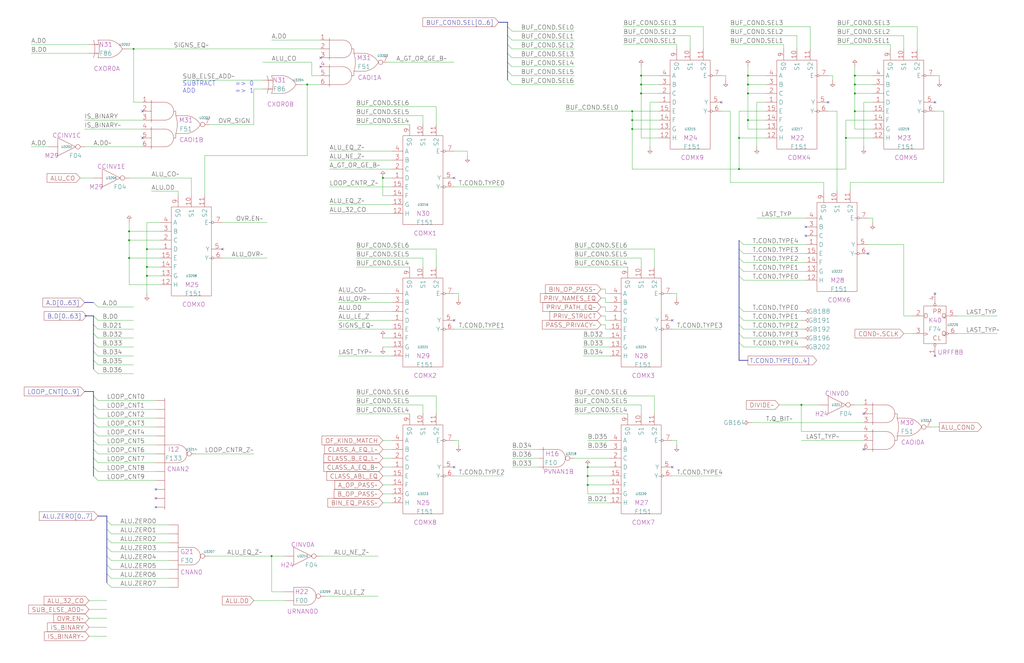
<source format=kicad_sch>
(kicad_sch (version 20230121) (generator eeschema)
  (paper "User" 584.2 378.46)
  (title_block (title "CONDITION LOGIC") (date "15-MAR-90") (rev "1.0") (comment 1 "TYPE") (comment 2 "232-003062") (comment 3 "S400") (comment 4 "RELEASED"))
  (junction (at 335.28 276.86))
  (junction (at 360.68 73.66))
  (junction (at 83.82 142.24))
  (junction (at 73.66 137.16))
  (junction (at 83.82 152.4))
  (junction (at 73.66 147.32))
  (junction (at 426.72 68.58))
  (junction (at 360.68 63.5))
  (junction (at 73.66 132.08))
  (junction (at 421.64 96.52))
  (junction (at 426.72 48.26))
  (junction (at 421.64 78.74))
  (junction (at 487.68 48.26))
  (junction (at 365.76 48.26))
  (junction (at 426.72 53.34))
  (junction (at 154.94 317.5))
  (junction (at 457.2 231.14))
  (junction (at 487.68 63.5))
  (junction (at 360.68 68.58))
  (junction (at 426.72 43.18))
  (junction (at 83.82 157.48))
  (junction (at 335.28 266.7))
  (junction (at 365.76 43.18))
  (junction (at 365.76 53.34))
  (junction (at 218.44 101.6))
  (junction (at 487.68 53.34))
  (junction (at 175.26 48.26))
  (junction (at 335.28 271.78))
  (junction (at 487.68 43.18))
  (junction (at 76.2 27.94))
  (junction (at 482.6 78.74))
  (no_connect (at 492.76 256.54))
  (no_connect (at 88.9 279.4))
  (no_connect (at 88.9 284.48))
  (no_connect (at 88.9 289.56))
  (no_connect (at 182.88 38.1))
  (no_connect (at 459.74 134.62))
  (no_connect (at 411.48 58.42))
  (no_connect (at 81.28 63.5))
  (no_connect (at 459.74 129.54))
  (no_connect (at 472.44 58.42))
  (no_connect (at 259.08 266.7))
  (no_connect (at 533.4 167.64))
  (no_connect (at 259.08 182.88))
  (no_connect (at 533.4 203.2))
  (no_connect (at 383.54 266.7))
  (no_connect (at 182.88 33.02))
  (no_connect (at 127 142.24))
  (no_connect (at 492.76 236.22))
  (no_connect (at 81.28 78.74))
  (no_connect (at 259.08 101.6))
  (no_connect (at 383.54 182.88))
  (no_connect (at 495.3 144.78))
  (no_connect (at 533.4 58.42))
  (bus_entry (at 289.56 35.56) (size 2.54 2.54))
  (bus_entry (at 421.64 157.48) (size 2.54 2.54))
  (bus_entry (at 60.96 302.26) (size 2.54 2.54))
  (bus_entry (at 53.34 231.14) (size 2.54 2.54))
  (bus_entry (at 53.34 241.3) (size 2.54 2.54))
  (bus_entry (at 289.56 15.24) (size 2.54 2.54))
  (bus_entry (at 53.34 185.42) (size 2.54 2.54))
  (bus_entry (at 53.34 200.66) (size 2.54 2.54))
  (bus_entry (at 60.96 312.42) (size 2.54 2.54))
  (bus_entry (at 421.64 180.34) (size 2.54 2.54))
  (bus_entry (at 53.34 246.38) (size 2.54 2.54))
  (bus_entry (at 421.64 152.4) (size 2.54 2.54))
  (bus_entry (at 53.34 261.62) (size 2.54 2.54))
  (bus_entry (at 53.34 226.06) (size 2.54 2.54))
  (bus_entry (at 60.96 332.74) (size 2.54 2.54))
  (bus_entry (at 421.64 175.26) (size 2.54 2.54))
  (bus_entry (at 421.64 195.58) (size 2.54 2.54))
  (bus_entry (at 60.96 297.18) (size 2.54 2.54))
  (bus_entry (at 53.34 256.54) (size 2.54 2.54))
  (bus_entry (at 289.56 20.32) (size 2.54 2.54))
  (bus_entry (at 60.96 327.66) (size 2.54 2.54))
  (bus_entry (at 421.64 190.5) (size 2.54 2.54))
  (bus_entry (at 421.64 147.32) (size 2.54 2.54))
  (bus_entry (at 289.56 45.72) (size 2.54 2.54))
  (bus_entry (at 289.56 40.64) (size 2.54 2.54))
  (bus_entry (at 421.64 185.42) (size 2.54 2.54))
  (bus_entry (at 53.34 195.58) (size 2.54 2.54))
  (bus_entry (at 53.34 210.82) (size 2.54 2.54))
  (bus_entry (at 53.34 236.22) (size 2.54 2.54))
  (bus_entry (at 53.34 190.5) (size 2.54 2.54))
  (bus_entry (at 421.64 137.16) (size 2.54 2.54))
  (bus_entry (at 289.56 30.48) (size 2.54 2.54))
  (bus_entry (at 53.34 266.7) (size 2.54 2.54))
  (bus_entry (at 289.56 25.4) (size 2.54 2.54))
  (bus_entry (at 60.96 317.5) (size 2.54 2.54))
  (bus_entry (at 53.34 172.72) (size 2.54 2.54))
  (bus_entry (at 60.96 307.34) (size 2.54 2.54))
  (bus_entry (at 421.64 142.24) (size 2.54 2.54))
  (bus_entry (at 53.34 205.74) (size 2.54 2.54))
  (bus_entry (at 60.96 322.58) (size 2.54 2.54))
  (bus_entry (at 53.34 251.46) (size 2.54 2.54))
  (bus_entry (at 53.34 271.78) (size 2.54 2.54))
  (bus_entry (at 53.34 180.34) (size 2.54 2.54))
  (wire (pts (xy 203.2 142.24) (xy 248.92 142.24)))
  (wire (pts (xy 360.68 68.58) (xy 360.68 63.5)))
  (bus (pts (xy 53.34 246.38) (xy 53.34 251.46)))
  (wire (pts (xy 218.44 193.04) (xy 223.52 193.04)))
  (wire (pts (xy 292.1 33.02) (xy 327.66 33.02)))
  (wire (pts (xy 144.78 342.9) (xy 162.56 342.9)))
  (wire (pts (xy 218.44 256.54) (xy 223.52 256.54)))
  (wire (pts (xy 383.54 251.46) (xy 386.08 251.46)))
  (wire (pts (xy 175.26 48.26) (xy 175.26 88.9)))
  (wire (pts (xy 292.1 38.1) (xy 327.66 38.1)))
  (wire (pts (xy 421.64 63.5) (xy 436.88 63.5)))
  (wire (pts (xy 457.2 231.14) (xy 467.36 231.14)))
  (wire (pts (xy 187.96 91.44) (xy 223.52 91.44)))
  (wire (pts (xy 83.82 127) (xy 83.82 142.24)))
  (bus (pts (xy 53.34 226.06) (xy 53.34 231.14)))
  (bus (pts (xy 53.34 241.3) (xy 53.34 246.38)))
  (wire (pts (xy 373.38 226.06) (xy 373.38 236.22)))
  (wire (pts (xy 360.68 73.66) (xy 360.68 68.58)))
  (wire (pts (xy 50.8 363.22) (xy 60.96 363.22)))
  (wire (pts (xy 487.68 48.26) (xy 487.68 53.34)))
  (wire (pts (xy 416.56 20.32) (xy 454.66 20.32)))
  (wire (pts (xy 431.8 124.46) (xy 459.74 124.46)))
  (bus (pts (xy 60.96 297.18) (xy 60.96 302.26)))
  (wire (pts (xy 421.64 78.74) (xy 436.88 78.74)))
  (wire (pts (xy 193.04 182.88) (xy 223.52 182.88)))
  (wire (pts (xy 63.5 320.04) (xy 96.52 320.04)))
  (bus (pts (xy 60.96 322.58) (xy 60.96 327.66)))
  (wire (pts (xy 154.94 337.82) (xy 154.94 317.5)))
  (wire (pts (xy 487.68 53.34) (xy 487.68 63.5)))
  (bus (pts (xy 53.34 236.22) (xy 53.34 241.3)))
  (bus (pts (xy 284.48 12.7) (xy 289.56 12.7)))
  (wire (pts (xy 530.86 243.84) (xy 535.94 243.84)))
  (wire (pts (xy 327.66 147.32) (xy 365.76 147.32)))
  (wire (pts (xy 386.08 27.94) (xy 386.08 25.4)))
  (wire (pts (xy 414.02 43.18) (xy 414.02 45.72)))
  (wire (pts (xy 487.68 73.66) (xy 497.84 73.66)))
  (wire (pts (xy 73.66 132.08) (xy 91.44 132.08)))
  (wire (pts (xy 203.2 147.32) (xy 241.3 147.32)))
  (wire (pts (xy 81.28 58.42) (xy 76.2 58.42)))
  (wire (pts (xy 345.44 187.96) (xy 347.98 187.96)))
  (wire (pts (xy 365.76 43.18) (xy 365.76 48.26)))
  (bus (pts (xy 60.96 302.26) (xy 60.96 307.34)))
  (bus (pts (xy 53.34 185.42) (xy 53.34 190.5)))
  (wire (pts (xy 261.62 167.64) (xy 261.62 170.18)))
  (wire (pts (xy 73.66 147.32) (xy 73.66 137.16)))
  (bus (pts (xy 53.34 261.62) (xy 53.34 266.7)))
  (wire (pts (xy 327.66 231.14) (xy 365.76 231.14)))
  (wire (pts (xy 144.78 50.8) (xy 149.86 50.8)))
  (wire (pts (xy 73.66 137.16) (xy 73.66 132.08)))
  (wire (pts (xy 193.04 172.72) (xy 223.52 172.72)))
  (wire (pts (xy 416.56 15.24) (xy 462.28 15.24)))
  (wire (pts (xy 266.7 86.36) (xy 266.7 88.9)))
  (bus (pts (xy 48.26 180.34) (xy 53.34 180.34)))
  (wire (pts (xy 83.82 157.48) (xy 83.82 167.64)))
  (bus (pts (xy 53.34 223.52) (xy 53.34 226.06)))
  (wire (pts (xy 416.56 104.14) (xy 416.56 63.5)))
  (wire (pts (xy 477.52 63.5) (xy 477.52 109.22)))
  (wire (pts (xy 424.18 182.88) (xy 457.2 182.88)))
  (bus (pts (xy 48.26 223.52) (xy 53.34 223.52)))
  (wire (pts (xy 292.1 22.86) (xy 327.66 22.86)))
  (wire (pts (xy 335.28 256.54) (xy 347.98 256.54)))
  (wire (pts (xy 187.96 86.36) (xy 223.52 86.36)))
  (wire (pts (xy 485.14 109.22) (xy 485.14 104.14)))
  (wire (pts (xy 55.88 264.16) (xy 88.9 264.16)))
  (wire (pts (xy 218.44 101.6) (xy 223.52 101.6)))
  (wire (pts (xy 83.82 152.4) (xy 83.82 157.48)))
  (wire (pts (xy 55.88 233.68) (xy 88.9 233.68)))
  (wire (pts (xy 73.66 101.6) (xy 109.22 101.6)))
  (wire (pts (xy 345.44 170.18) (xy 345.44 172.72)))
  (wire (pts (xy 487.68 38.1) (xy 487.68 43.18)))
  (bus (pts (xy 421.64 142.24) (xy 421.64 147.32)))
  (bus (pts (xy 60.96 307.34) (xy 60.96 312.42)))
  (wire (pts (xy 322.58 63.5) (xy 360.68 63.5)))
  (bus (pts (xy 53.34 200.66) (xy 53.34 205.74)))
  (wire (pts (xy 477.52 20.32) (xy 515.62 20.32)))
  (wire (pts (xy 424.18 177.8) (xy 457.2 177.8)))
  (wire (pts (xy 177.8 35.56) (xy 177.8 43.18)))
  (wire (pts (xy 401.32 27.94) (xy 401.32 15.24)))
  (wire (pts (xy 424.18 149.86) (xy 459.74 149.86)))
  (wire (pts (xy 457.2 198.12) (xy 424.18 198.12)))
  (wire (pts (xy 469.9 109.22) (xy 469.9 104.14)))
  (wire (pts (xy 345.44 172.72) (xy 347.98 172.72)))
  (wire (pts (xy 497.84 124.46) (xy 497.84 127)))
  (wire (pts (xy 474.98 43.18) (xy 474.98 45.72)))
  (wire (pts (xy 411.48 63.5) (xy 416.56 63.5)))
  (wire (pts (xy 426.72 53.34) (xy 426.72 68.58)))
  (wire (pts (xy 386.08 251.46) (xy 386.08 254)))
  (wire (pts (xy 17.78 83.82) (xy 27.94 83.82)))
  (wire (pts (xy 345.44 177.8) (xy 347.98 177.8)))
  (bus (pts (xy 421.64 180.34) (xy 421.64 175.26)))
  (wire (pts (xy 495.3 139.7) (xy 515.62 139.7)))
  (wire (pts (xy 203.2 152.4) (xy 233.68 152.4)))
  (wire (pts (xy 259.08 86.36) (xy 266.7 86.36)))
  (wire (pts (xy 335.28 281.94) (xy 335.28 276.86)))
  (wire (pts (xy 327.66 236.22) (xy 358.14 236.22)))
  (wire (pts (xy 73.66 132.08) (xy 73.66 127)))
  (wire (pts (xy 487.68 48.26) (xy 497.84 48.26)))
  (wire (pts (xy 508 25.4) (xy 508 27.94)))
  (bus (pts (xy 53.34 256.54) (xy 53.34 261.62)))
  (wire (pts (xy 203.2 66.04) (xy 241.3 66.04)))
  (wire (pts (xy 292.1 27.94) (xy 327.66 27.94)))
  (wire (pts (xy 111.76 259.08) (xy 144.78 259.08)))
  (wire (pts (xy 45.72 101.6) (xy 53.34 101.6)))
  (wire (pts (xy 462.28 15.24) (xy 462.28 27.94)))
  (wire (pts (xy 401.32 15.24) (xy 355.6 15.24)))
  (wire (pts (xy 426.72 43.18) (xy 436.88 43.18)))
  (wire (pts (xy 487.68 231.14) (xy 492.76 231.14)))
  (wire (pts (xy 370.84 58.42) (xy 370.84 83.82)))
  (wire (pts (xy 73.66 162.56) (xy 73.66 147.32)))
  (wire (pts (xy 482.6 68.58) (xy 482.6 78.74)))
  (wire (pts (xy 355.6 25.4) (xy 386.08 25.4)))
  (wire (pts (xy 335.28 251.46) (xy 347.98 251.46)))
  (wire (pts (xy 48.26 83.82) (xy 81.28 83.82)))
  (wire (pts (xy 187.96 106.68) (xy 223.52 106.68)))
  (wire (pts (xy 424.18 139.7) (xy 459.74 139.7)))
  (wire (pts (xy 241.3 66.04) (xy 241.3 71.12)))
  (bus (pts (xy 289.56 30.48) (xy 289.56 35.56)))
  (wire (pts (xy 55.88 274.32) (xy 88.9 274.32)))
  (wire (pts (xy 345.44 185.42) (xy 345.44 187.96)))
  (wire (pts (xy 424.18 144.78) (xy 459.74 144.78)))
  (wire (pts (xy 457.2 246.38) (xy 492.76 246.38)))
  (wire (pts (xy 55.88 187.96) (xy 76.2 187.96)))
  (wire (pts (xy 83.82 142.24) (xy 91.44 142.24)))
  (wire (pts (xy 248.92 142.24) (xy 248.92 152.4)))
  (wire (pts (xy 119.38 317.5) (xy 154.94 317.5)))
  (wire (pts (xy 73.66 27.94) (xy 76.2 27.94)))
  (wire (pts (xy 182.88 43.18) (xy 177.8 43.18)))
  (bus (pts (xy 53.34 266.7) (xy 53.34 271.78)))
  (wire (pts (xy 345.44 165.1) (xy 345.44 167.64)))
  (bus (pts (xy 421.64 152.4) (xy 421.64 157.48)))
  (wire (pts (xy 149.86 35.56) (xy 177.8 35.56)))
  (wire (pts (xy 203.2 231.14) (xy 241.3 231.14)))
  (wire (pts (xy 292.1 17.78) (xy 327.66 17.78)))
  (wire (pts (xy 365.76 231.14) (xy 365.76 236.22)))
  (bus (pts (xy 289.56 15.24) (xy 289.56 20.32)))
  (wire (pts (xy 431.8 58.42) (xy 436.88 58.42)))
  (wire (pts (xy 259.08 251.46) (xy 261.62 251.46)))
  (wire (pts (xy 172.72 48.26) (xy 175.26 48.26)))
  (wire (pts (xy 472.44 63.5) (xy 477.52 63.5)))
  (wire (pts (xy 447.04 25.4) (xy 447.04 27.94)))
  (bus (pts (xy 60.96 317.5) (xy 60.96 322.58)))
  (wire (pts (xy 185.42 340.36) (xy 215.9 340.36)))
  (wire (pts (xy 492.76 58.42) (xy 497.84 58.42)))
  (wire (pts (xy 144.78 50.8) (xy 144.78 71.12)))
  (wire (pts (xy 426.72 48.26) (xy 436.88 48.26)))
  (wire (pts (xy 50.8 358.14) (xy 60.96 358.14)))
  (bus (pts (xy 289.56 20.32) (xy 289.56 25.4)))
  (wire (pts (xy 203.2 236.22) (xy 233.68 236.22)))
  (wire (pts (xy 218.44 198.12) (xy 223.52 198.12)))
  (wire (pts (xy 116.84 88.9) (xy 116.84 111.76)))
  (wire (pts (xy 248.92 60.96) (xy 248.92 71.12)))
  (wire (pts (xy 495.3 124.46) (xy 497.84 124.46)))
  (wire (pts (xy 17.78 25.4) (xy 50.8 25.4)))
  (wire (pts (xy 383.54 167.64) (xy 386.08 167.64)))
  (wire (pts (xy 546.1 180.34) (xy 568.96 180.34)))
  (wire (pts (xy 347.98 281.94) (xy 335.28 281.94)))
  (wire (pts (xy 63.5 330.2) (xy 96.52 330.2)))
  (wire (pts (xy 259.08 167.64) (xy 261.62 167.64)))
  (wire (pts (xy 193.04 167.64) (xy 223.52 167.64)))
  (wire (pts (xy 373.38 142.24) (xy 373.38 152.4)))
  (wire (pts (xy 487.68 53.34) (xy 497.84 53.34)))
  (wire (pts (xy 497.84 43.18) (xy 487.68 43.18)))
  (wire (pts (xy 365.76 43.18) (xy 375.92 43.18)))
  (wire (pts (xy 515.62 180.34) (xy 520.7 180.34)))
  (bus (pts (xy 289.56 40.64) (xy 289.56 45.72)))
  (wire (pts (xy 335.28 271.78) (xy 335.28 266.7)))
  (wire (pts (xy 55.88 208.28) (xy 76.2 208.28)))
  (bus (pts (xy 421.64 137.16) (xy 421.64 142.24)))
  (wire (pts (xy 218.44 251.46) (xy 223.52 251.46)))
  (wire (pts (xy 182.88 22.86) (xy 154.94 22.86)))
  (wire (pts (xy 370.84 58.42) (xy 375.92 58.42)))
  (wire (pts (xy 116.84 88.9) (xy 175.26 88.9)))
  (wire (pts (xy 55.88 254) (xy 88.9 254)))
  (wire (pts (xy 76.2 27.94) (xy 182.88 27.94)))
  (wire (pts (xy 218.44 287.02) (xy 223.52 287.02)))
  (wire (pts (xy 218.44 276.86) (xy 223.52 276.86)))
  (wire (pts (xy 335.28 276.86) (xy 347.98 276.86)))
  (wire (pts (xy 421.64 96.52) (xy 360.68 96.52)))
  (wire (pts (xy 76.2 58.42) (xy 76.2 27.94)))
  (wire (pts (xy 327.66 226.06) (xy 373.38 226.06)))
  (wire (pts (xy 482.6 96.52) (xy 421.64 96.52)))
  (wire (pts (xy 482.6 68.58) (xy 497.84 68.58)))
  (wire (pts (xy 383.54 271.78) (xy 411.48 271.78)))
  (wire (pts (xy 55.88 203.2) (xy 76.2 203.2)))
  (bus (pts (xy 60.96 294.64) (xy 60.96 297.18)))
  (wire (pts (xy 332.74 203.2) (xy 347.98 203.2)))
  (wire (pts (xy 218.44 271.78) (xy 223.52 271.78)))
  (wire (pts (xy 424.18 193.04) (xy 457.2 193.04)))
  (wire (pts (xy 515.62 20.32) (xy 515.62 27.94)))
  (wire (pts (xy 292.1 256.54) (xy 307.34 256.54)))
  (wire (pts (xy 426.72 43.18) (xy 426.72 48.26)))
  (wire (pts (xy 386.08 167.64) (xy 386.08 170.18)))
  (wire (pts (xy 73.66 147.32) (xy 91.44 147.32)))
  (wire (pts (xy 535.94 43.18) (xy 535.94 45.72)))
  (wire (pts (xy 259.08 106.68) (xy 287.02 106.68)))
  (wire (pts (xy 342.9 175.26) (xy 345.44 175.26)))
  (wire (pts (xy 426.72 68.58) (xy 436.88 68.58)))
  (wire (pts (xy 218.44 281.94) (xy 223.52 281.94)))
  (wire (pts (xy 345.44 175.26) (xy 345.44 177.8)))
  (wire (pts (xy 55.88 269.24) (xy 88.9 269.24)))
  (wire (pts (xy 91.44 127) (xy 83.82 127)))
  (wire (pts (xy 365.76 78.74) (xy 375.92 78.74)))
  (wire (pts (xy 365.76 147.32) (xy 365.76 152.4)))
  (bus (pts (xy 53.34 190.5) (xy 53.34 195.58)))
  (bus (pts (xy 289.56 25.4) (xy 289.56 30.48)))
  (wire (pts (xy 203.2 71.12) (xy 233.68 71.12)))
  (wire (pts (xy 55.88 175.26) (xy 76.2 175.26)))
  (wire (pts (xy 259.08 187.96) (xy 287.02 187.96)))
  (wire (pts (xy 424.18 160.02) (xy 459.74 160.02)))
  (wire (pts (xy 63.5 325.12) (xy 96.52 325.12)))
  (wire (pts (xy 154.94 317.5) (xy 162.56 317.5)))
  (wire (pts (xy 55.88 182.88) (xy 76.2 182.88)))
  (wire (pts (xy 241.3 231.14) (xy 241.3 236.22)))
  (wire (pts (xy 416.56 25.4) (xy 447.04 25.4)))
  (wire (pts (xy 515.62 190.5) (xy 520.7 190.5)))
  (wire (pts (xy 487.68 63.5) (xy 487.68 73.66)))
  (wire (pts (xy 345.44 167.64) (xy 347.98 167.64)))
  (wire (pts (xy 426.72 48.26) (xy 426.72 53.34)))
  (wire (pts (xy 365.76 53.34) (xy 375.92 53.34)))
  (wire (pts (xy 83.82 152.4) (xy 91.44 152.4)))
  (wire (pts (xy 472.44 43.18) (xy 474.98 43.18)))
  (wire (pts (xy 393.7 20.32) (xy 355.6 20.32)))
  (wire (pts (xy 335.28 287.02) (xy 347.98 287.02)))
  (wire (pts (xy 218.44 261.62) (xy 223.52 261.62)))
  (wire (pts (xy 73.66 137.16) (xy 91.44 137.16)))
  (wire (pts (xy 457.2 246.38) (xy 457.2 231.14)))
  (wire (pts (xy 342.9 180.34) (xy 345.44 180.34)))
  (wire (pts (xy 487.68 63.5) (xy 497.84 63.5)))
  (wire (pts (xy 218.44 266.7) (xy 223.52 266.7)))
  (wire (pts (xy 48.26 68.58) (xy 81.28 68.58)))
  (bus (pts (xy 60.96 327.66) (xy 60.96 332.74)))
  (wire (pts (xy 426.72 73.66) (xy 436.88 73.66)))
  (wire (pts (xy 50.8 353.06) (xy 60.96 353.06)))
  (wire (pts (xy 292.1 261.62) (xy 307.34 261.62)))
  (wire (pts (xy 50.8 347.98) (xy 60.96 347.98)))
  (wire (pts (xy 335.28 266.7) (xy 347.98 266.7)))
  (wire (pts (xy 259.08 271.78) (xy 287.02 271.78)))
  (wire (pts (xy 63.5 314.96) (xy 96.52 314.96)))
  (wire (pts (xy 546.1 190.5) (xy 568.96 190.5)))
  (wire (pts (xy 248.92 226.06) (xy 248.92 236.22)))
  (bus (pts (xy 421.64 205.74) (xy 421.64 195.58)))
  (wire (pts (xy 55.88 193.04) (xy 76.2 193.04)))
  (wire (pts (xy 538.48 104.14) (xy 538.48 63.5)))
  (wire (pts (xy 55.88 238.76) (xy 88.9 238.76)))
  (wire (pts (xy 127 127) (xy 152.4 127)))
  (bus (pts (xy 53.34 231.14) (xy 53.34 236.22)))
  (wire (pts (xy 431.8 58.42) (xy 431.8 83.82)))
  (bus (pts (xy 421.64 147.32) (xy 421.64 152.4)))
  (wire (pts (xy 360.68 73.66) (xy 360.68 96.52)))
  (bus (pts (xy 289.56 35.56) (xy 289.56 40.64)))
  (wire (pts (xy 424.18 187.96) (xy 457.2 187.96)))
  (wire (pts (xy 91.44 162.56) (xy 73.66 162.56)))
  (wire (pts (xy 223.52 111.76) (xy 218.44 111.76)))
  (bus (pts (xy 421.64 185.42) (xy 421.64 180.34)))
  (wire (pts (xy 421.64 78.74) (xy 421.64 96.52)))
  (wire (pts (xy 482.6 78.74) (xy 482.6 96.52)))
  (wire (pts (xy 50.8 342.9) (xy 60.96 342.9)))
  (wire (pts (xy 327.66 261.62) (xy 347.98 261.62)))
  (wire (pts (xy 48.26 73.66) (xy 81.28 73.66)))
  (wire (pts (xy 241.3 147.32) (xy 241.3 152.4)))
  (wire (pts (xy 523.24 15.24) (xy 523.24 27.94)))
  (wire (pts (xy 187.96 116.84) (xy 223.52 116.84)))
  (wire (pts (xy 533.4 63.5) (xy 538.48 63.5)))
  (wire (pts (xy 365.76 53.34) (xy 365.76 78.74)))
  (wire (pts (xy 487.68 43.18) (xy 487.68 48.26)))
  (wire (pts (xy 104.14 45.72) (xy 149.86 45.72)))
  (wire (pts (xy 187.96 121.92) (xy 223.52 121.92)))
  (wire (pts (xy 86.36 109.22) (xy 101.6 109.22)))
  (wire (pts (xy 187.96 96.52) (xy 223.52 96.52)))
  (wire (pts (xy 335.28 276.86) (xy 335.28 271.78)))
  (wire (pts (xy 424.18 154.94) (xy 459.74 154.94)))
  (wire (pts (xy 83.82 142.24) (xy 83.82 152.4)))
  (wire (pts (xy 327.66 152.4) (xy 358.14 152.4)))
  (wire (pts (xy 101.6 111.76) (xy 101.6 109.22)))
  (wire (pts (xy 426.72 38.1) (xy 426.72 43.18)))
  (wire (pts (xy 162.56 337.82) (xy 154.94 337.82)))
  (wire (pts (xy 292.1 48.26) (xy 327.66 48.26)))
  (wire (pts (xy 421.64 63.5) (xy 421.64 78.74)))
  (wire (pts (xy 127 147.32) (xy 152.4 147.32)))
  (wire (pts (xy 193.04 187.96) (xy 223.52 187.96)))
  (wire (pts (xy 444.5 231.14) (xy 457.2 231.14)))
  (wire (pts (xy 342.9 170.18) (xy 345.44 170.18)))
  (wire (pts (xy 63.5 304.8) (xy 96.52 304.8)))
  (wire (pts (xy 182.88 317.5) (xy 215.9 317.5)))
  (bus (pts (xy 421.64 157.48) (xy 421.64 175.26)))
  (wire (pts (xy 292.1 266.7) (xy 307.34 266.7)))
  (wire (pts (xy 360.68 63.5) (xy 375.92 63.5)))
  (bus (pts (xy 426.72 205.74) (xy 421.64 205.74)))
  (wire (pts (xy 55.88 228.6) (xy 88.9 228.6)))
  (bus (pts (xy 421.64 190.5) (xy 421.64 185.42)))
  (wire (pts (xy 345.44 180.34) (xy 345.44 182.88)))
  (wire (pts (xy 332.74 193.04) (xy 347.98 193.04)))
  (bus (pts (xy 53.34 195.58) (xy 53.34 200.66)))
  (wire (pts (xy 360.68 73.66) (xy 375.92 73.66)))
  (wire (pts (xy 332.74 198.12) (xy 347.98 198.12)))
  (wire (pts (xy 477.52 25.4) (xy 508 25.4)))
  (wire (pts (xy 175.26 48.26) (xy 182.88 48.26)))
  (wire (pts (xy 383.54 187.96) (xy 411.48 187.96)))
  (wire (pts (xy 55.88 198.12) (xy 76.2 198.12)))
  (wire (pts (xy 533.4 43.18) (xy 535.94 43.18)))
  (wire (pts (xy 119.38 71.12) (xy 144.78 71.12)))
  (wire (pts (xy 327.66 142.24) (xy 373.38 142.24)))
  (wire (pts (xy 17.78 30.48) (xy 50.8 30.48)))
  (wire (pts (xy 345.44 182.88) (xy 347.98 182.88)))
  (wire (pts (xy 342.9 185.42) (xy 345.44 185.42)))
  (wire (pts (xy 426.72 53.34) (xy 436.88 53.34)))
  (wire (pts (xy 454.66 20.32) (xy 454.66 27.94)))
  (wire (pts (xy 411.48 43.18) (xy 414.02 43.18)))
  (wire (pts (xy 55.88 213.36) (xy 76.2 213.36)))
  (wire (pts (xy 63.5 309.88) (xy 96.52 309.88)))
  (wire (pts (xy 429.26 241.3) (xy 492.76 241.3)))
  (wire (pts (xy 109.22 101.6) (xy 109.22 111.76)))
  (wire (pts (xy 335.28 271.78) (xy 347.98 271.78)))
  (wire (pts (xy 218.44 111.76) (xy 218.44 101.6)))
  (bus (pts (xy 60.96 312.42) (xy 60.96 317.5)))
  (bus (pts (xy 48.26 172.72) (xy 53.34 172.72)))
  (wire (pts (xy 63.5 335.28) (xy 96.52 335.28)))
  (wire (pts (xy 55.88 243.84) (xy 88.9 243.84)))
  (bus (pts (xy 53.34 251.46) (xy 53.34 256.54)))
  (wire (pts (xy 477.52 15.24) (xy 523.24 15.24)))
  (wire (pts (xy 426.72 68.58) (xy 426.72 73.66)))
  (wire (pts (xy 492.76 58.42) (xy 492.76 83.82)))
  (bus (pts (xy 55.88 294.64) (xy 60.96 294.64)))
  (wire (pts (xy 83.82 157.48) (xy 91.44 157.48)))
  (wire (pts (xy 55.88 248.92) (xy 88.9 248.92)))
  (wire (pts (xy 261.62 251.46) (xy 261.62 254)))
  (wire (pts (xy 220.98 35.56) (xy 259.08 35.56)))
  (wire (pts (xy 203.2 60.96) (xy 248.92 60.96)))
  (wire (pts (xy 203.2 226.06) (xy 248.92 226.06)))
  (wire (pts (xy 416.56 104.14) (xy 469.9 104.14)))
  (wire (pts (xy 55.88 259.08) (xy 88.9 259.08)))
  (wire (pts (xy 360.68 68.58) (xy 375.92 68.58)))
  (bus (pts (xy 53.34 205.74) (xy 53.34 210.82)))
  (wire (pts (xy 365.76 38.1) (xy 365.76 43.18)))
  (bus (pts (xy 421.64 195.58) (xy 421.64 190.5)))
  (wire (pts (xy 515.62 139.7) (xy 515.62 180.34)))
  (wire (pts (xy 292.1 43.18) (xy 327.66 43.18)))
  (wire (pts (xy 485.14 104.14) (xy 538.48 104.14)))
  (bus (pts (xy 289.56 12.7) (xy 289.56 15.24)))
  (wire (pts (xy 393.7 27.94) (xy 393.7 20.32)))
  (wire (pts (xy 63.5 299.72) (xy 96.52 299.72)))
  (wire (pts (xy 193.04 177.8) (xy 223.52 177.8)))
  (wire (pts (xy 365.76 48.26) (xy 375.92 48.26)))
  (bus (pts (xy 53.34 180.34) (xy 53.34 185.42)))
  (wire (pts (xy 365.76 48.26) (xy 365.76 53.34)))
  (wire (pts (xy 457.2 251.46) (xy 492.76 251.46)))
  (wire (pts (xy 342.9 165.1) (xy 345.44 165.1)))
  (wire (pts (xy 482.6 78.74) (xy 497.84 78.74)))
  (wire (pts (xy 193.04 203.2) (xy 223.52 203.2)))
  (text "SUBTRACT	=> 0\nADD			=> 1" (at 104.14 53.34 0) (effects (font (size 2.54 2.54)) (justify left bottom)))
  (label "LOOP_CNT9" (at 60.96 274.32 0) (effects (font (size 2.54 2.54))))
  (label "A.D0" (at 17.78 83.82 0) (effects (font (size 2.54 2.54))))
  (label "IS_BINARY~" (at 48.26 73.66 0) (effects (font (size 2.54 2.54))))
  (label "T.COND.TYPE4" (at 429.26 198.12 0) (effects (font (size 2.54 2.54))))
  (label "B.D35" (at 335.28 251.46 0) (effects (font (size 2.54 2.54))))
  (label "B.D36" (at 292.1 261.62 0) (effects (font (size 2.54 2.54))))
  (label "BUF_COND.SEL6" (at 297.18 48.26 0) (effects (font (size 2.54 2.54))))
  (label "A_GT_OR_GE_B~" (at 226.06 35.56 0) (effects (font (size 2.54 2.54))))
  (label "BUF_COND.SEL4" (at 327.66 236.22 0) (effects (font (size 2.54 2.54))))
  (label "BUF_COND.SEL1" (at 355.6 25.4 0) (effects (font (size 2.54 2.54))))
  (label "BUF_COND.SEL3" (at 477.52 15.24 0) (effects (font (size 2.54 2.54))))
  (label "BUF_COND.SEL6" (at 327.66 226.06 0) (effects (font (size 2.54 2.54))))
  (label "B.D21" (at 335.28 287.02 0) (effects (font (size 2.54 2.54))))
  (label "OVR.EN~" (at 134.62 127 0) (effects (font (size 2.54 2.54))))
  (label "LOOP_CNT3" (at 60.96 243.84 0) (effects (font (size 2.54 2.54))))
  (label "T.COND.TYPE0" (at 429.26 177.8 0) (effects (font (size 2.54 2.54))))
  (label "T.COND.TYPE4" (at 429.26 139.7 0) (effects (font (size 2.54 2.54))))
  (label "B.D0" (at 17.78 30.48 0) (effects (font (size 2.54 2.54))))
  (label "ALU_NE_Z~" (at 187.96 91.44 0) (effects (font (size 2.54 2.54))))
  (label "ALU.ZERO4" (at 68.58 320.04 0) (effects (font (size 2.54 2.54))))
  (label "B.D36" (at 335.28 256.54 0) (effects (font (size 2.54 2.54))))
  (label "BUF_COND.SEL5" (at 203.2 66.04 0) (effects (font (size 2.54 2.54))))
  (label "LAST_TYP~" (at 551.18 190.5 0) (effects (font (size 2.54 2.54))))
  (label "T.COND.TYPE4" (at 386.08 271.78 0) (effects (font (size 2.54 2.54))))
  (label "T.COND.TYPE2" (at 261.62 271.78 0) (effects (font (size 2.54 2.54))))
  (label "T.COND.TYPE0" (at 429.26 160.02 0) (effects (font (size 2.54 2.54))))
  (label "BUF_COND.SEL5" (at 327.66 231.14 0) (effects (font (size 2.54 2.54))))
  (label "T.COND.TYPE1" (at 429.26 182.88 0) (effects (font (size 2.54 2.54))))
  (label "T.COND.TYPE1" (at 429.26 154.94 0) (effects (font (size 2.54 2.54))))
  (label "LOOP_CNTR_Z~" (at 116.84 259.08 0) (effects (font (size 2.54 2.54))))
  (label "BUF_COND.SEL4" (at 327.66 152.4 0) (effects (font (size 2.54 2.54))))
  (label "ALU_32_CO" (at 187.96 121.92 0) (effects (font (size 2.54 2.54))))
  (label "ALU_EQ_Z~" (at 187.96 116.84 0) (effects (font (size 2.54 2.54))))
  (label "BUF_COND.SEL6" (at 203.2 60.96 0) (effects (font (size 2.54 2.54))))
  (label "ALU_EQ_Z~" (at 129.54 317.5 0) (effects (font (size 2.54 2.54))))
  (label "B.D34" (at 58.42 203.2 0) (effects (font (size 2.54 2.54))))
  (label "BUF_COND.SEL1" (at 416.56 25.4 0) (effects (font (size 2.54 2.54))))
  (label "A.D0" (at 154.94 22.86 0) (effects (font (size 2.54 2.54))))
  (label "ALU.ZERO0" (at 68.58 299.72 0) (effects (font (size 2.54 2.54))))
  (label "ALU.ZERO7" (at 68.58 335.28 0) (effects (font (size 2.54 2.54))))
  (label "B.D34" (at 332.74 203.2 0) (effects (font (size 2.54 2.54))))
  (label "LAST_TYP~" (at 193.04 203.2 0) (effects (font (size 2.54 2.54))))
  (label "ALU.ZERO1" (at 68.58 304.8 0) (effects (font (size 2.54 2.54))))
  (label "BUF_COND.SEL0" (at 297.18 17.78 0) (effects (font (size 2.54 2.54))))
  (label "B.D33" (at 292.1 266.7 0) (effects (font (size 2.54 2.54))))
  (label "LAST_TYP" (at 551.18 180.34 0) (effects (font (size 2.54 2.54))))
  (label "T.COND.TYPE3" (at 429.26 144.78 0) (effects (font (size 2.54 2.54))))
  (label "BUF_COND.SEL2" (at 355.6 20.32 0) (effects (font (size 2.54 2.54))))
  (label "ALU_LE_Z" (at 193.04 182.88 0) (effects (font (size 2.54 2.54))))
  (label "LOOP_CNT2" (at 60.96 238.76 0) (effects (font (size 2.54 2.54))))
  (label "BUF_COND.SEL1" (at 477.52 25.4 0) (effects (font (size 2.54 2.54))))
  (label "LOOP_CNT4" (at 60.96 248.92 0) (effects (font (size 2.54 2.54))))
  (label "LOOP_CNT0" (at 60.96 228.6 0) (effects (font (size 2.54 2.54))))
  (label "ALU_OVR~" (at 193.04 172.72 0) (effects (font (size 2.54 2.54))))
  (label "BUF_COND.SEL3" (at 297.18 33.02 0) (effects (font (size 2.54 2.54))))
  (label "ALU.D0" (at 86.36 109.22 0) (effects (font (size 2.54 2.54))))
  (label "T.COND.TYPE0" (at 261.62 106.68 0) (effects (font (size 2.54 2.54))))
  (label "OVR_SIGN" (at 124.46 71.12 0) (effects (font (size 2.54 2.54))))
  (label "A.D0" (at 17.78 25.4 0) (effects (font (size 2.54 2.54))))
  (label "T.Q_BIT~" (at 436.88 241.3 0) (effects (font (size 2.54 2.54))))
  (label "B.D35" (at 58.42 208.28 0) (effects (font (size 2.54 2.54))))
  (label "BUF_COND.SEL4" (at 203.2 236.22 0) (effects (font (size 2.54 2.54))))
  (label "BUF_COND.SEL4" (at 297.18 38.1 0) (effects (font (size 2.54 2.54))))
  (label "BUF_COND.SEL0" (at 322.58 63.5 0) (effects (font (size 2.54 2.54))))
  (label "ALU.ZERO3" (at 68.58 314.96 0) (effects (font (size 2.54 2.54))))
  (label "A.D0" (at 58.42 175.26 0) (effects (font (size 2.54 2.54))))
  (label "BUF_COND.SEL3" (at 416.56 15.24 0) (effects (font (size 2.54 2.54))))
  (label "BUF_COND.SEL2" (at 297.18 27.94 0) (effects (font (size 2.54 2.54))))
  (label "LOOP_CNTR_Z~" (at 187.96 106.68 0) (effects (font (size 2.54 2.54))))
  (label "BUF_COND.SEL5" (at 327.66 147.32 0) (effects (font (size 2.54 2.54))))
  (label "B.D21" (at 58.42 187.96 0) (effects (font (size 2.54 2.54))))
  (label "ALU_CO" (at 154.94 35.56 0) (effects (font (size 2.54 2.54))))
  (label "B.D32" (at 332.74 193.04 0) (effects (font (size 2.54 2.54))))
  (label "BUF_COND.SEL6" (at 203.2 226.06 0) (effects (font (size 2.54 2.54))))
  (label "B.D33" (at 332.74 198.12 0) (effects (font (size 2.54 2.54))))
  (label "BUF_COND.SEL2" (at 477.52 20.32 0) (effects (font (size 2.54 2.54))))
  (label "ALU.ZERO5" (at 68.58 325.12 0) (effects (font (size 2.54 2.54))))
  (label "ALU_EQ_Z~" (at 187.96 86.36 0) (effects (font (size 2.54 2.54))))
  (label "BUF_COND.SEL6" (at 203.2 142.24 0) (effects (font (size 2.54 2.54))))
  (label "B.D36" (at 58.42 213.36 0) (effects (font (size 2.54 2.54))))
  (label "ALU.D0" (at 193.04 177.8 0) (effects (font (size 2.54 2.54))))
  (label "A.D0~" (at 53.34 83.82 0) (effects (font (size 2.54 2.54))))
  (label "T.COND.TYPE3" (at 386.08 187.96 0) (effects (font (size 2.54 2.54))))
  (label "BUF_COND.SEL3" (at 355.6 15.24 0) (effects (font (size 2.54 2.54))))
  (label "BUF_COND.SEL6" (at 327.66 142.24 0) (effects (font (size 2.54 2.54))))
  (label "ALU.ZERO6" (at 68.58 330.2 0) (effects (font (size 2.54 2.54))))
  (label "LOOP_CNT6" (at 60.96 259.08 0) (effects (font (size 2.54 2.54))))
  (label "LAST_TYP~" (at 459.74 251.46 0) (effects (font (size 2.54 2.54))))
  (label "ALU_NE_Z~" (at 190.5 317.5 0) (effects (font (size 2.54 2.54))))
  (label "IS_BINARY" (at 48.26 68.58 0) (effects (font (size 2.54 2.54))))
  (label "LOOP_CNT8" (at 60.96 269.24 0) (effects (font (size 2.54 2.54))))
  (label "B.D33" (at 58.42 198.12 0) (effects (font (size 2.54 2.54))))
  (label "LOOP_CNT5" (at 60.96 254 0) (effects (font (size 2.54 2.54))))
  (label "T.COND.TYPE1" (at 261.62 187.96 0) (effects (font (size 2.54 2.54))))
  (label "SUB_ELSE_ADD~" (at 104.14 45.72 0) (effects (font (size 2.54 2.54))))
  (label "B.D34" (at 292.1 256.54 0) (effects (font (size 2.54 2.54))))
  (label "LAST_TYP" (at 434.34 124.46 0) (effects (font (size 2.54 2.54))))
  (label "T.COND.TYPE2" (at 429.26 187.96 0) (effects (font (size 2.54 2.54))))
  (label "BUF_COND.SEL1" (at 297.18 22.86 0) (effects (font (size 2.54 2.54))))
  (label "T.COND.TYPE3" (at 429.26 193.04 0) (effects (font (size 2.54 2.54))))
  (label "SIGNS_EQ~" (at 99.06 27.94 0) (effects (font (size 2.54 2.54))))
  (label "B.D32" (at 58.42 193.04 0) (effects (font (size 2.54 2.54))))
  (label "A_GT_OR_GE_B~" (at 187.96 96.52 0) (effects (font (size 2.54 2.54))))
  (label "ALU_LE_Z" (at 190.5 340.36 0) (effects (font (size 2.54 2.54))))
  (label "BUF_COND.SEL5" (at 203.2 231.14 0) (effects (font (size 2.54 2.54))))
  (label "LOOP_CNT1" (at 60.96 233.68 0) (effects (font (size 2.54 2.54))))
  (label "ALU_OVR~" (at 132.08 147.32 0) (effects (font (size 2.54 2.54))))
  (label "SIGNS_EQ~" (at 193.04 187.96 0) (effects (font (size 2.54 2.54))))
  (label "BUF_COND.SEL2" (at 416.56 20.32 0) (effects (font (size 2.54 2.54))))
  (label "BUF_COND.SEL5" (at 297.18 43.18 0) (effects (font (size 2.54 2.54))))
  (label "B.D0" (at 58.42 182.88 0) (effects (font (size 2.54 2.54))))
  (label "LOOP_CNT7" (at 60.96 264.16 0) (effects (font (size 2.54 2.54))))
  (label "BUF_COND.SEL4" (at 203.2 152.4 0) (effects (font (size 2.54 2.54))))
  (label "ALU_CO~" (at 86.36 101.6 0) (effects (font (size 2.54 2.54))))
  (label "ALU.ZERO2" (at 68.58 309.88 0) (effects (font (size 2.54 2.54))))
  (label "BUF_COND.SEL4" (at 203.2 71.12 0) (effects (font (size 2.54 2.54))))
  (label "BUF_COND.SEL5" (at 203.2 147.32 0) (effects (font (size 2.54 2.54))))
  (label "T.COND.TYPE2" (at 429.26 149.86 0) (effects (font (size 2.54 2.54))))
  (label "ALU_CO~" (at 193.04 167.64 0) (effects (font (size 2.54 2.54))))
  (global_label "SUB_ELSE_ADD~" (shape input) (at 50.8 347.98 180) (effects (font (size 2.54 2.54))) (property "Intersheetrefs" "${INTERSHEET_REFS}" (at 16.3407 347.8213 0) (effects (font (size 1.905 1.905)) (justify right))))
  (global_label "PRIV_NAMES_EQ" (shape input) (at 342.9 170.18 180) (effects (font (size 2.54 2.54))) (property "Intersheetrefs" "${INTERSHEET_REFS}" (at 308.3197 170.0213 0) (effects (font (size 1.905 1.905)) (justify right))))
  (global_label "BIN_EQ_PASS~" (shape input) (at 218.44 287.02 180) (effects (font (size 2.54 2.54))) (property "Intersheetrefs" "${INTERSHEET_REFS}" (at 187.0045 286.8613 0) (effects (font (size 1.905 1.905)) (justify right))))
  (global_label "PRIV_STRUCT" (shape input) (at 342.9 180.34 180) (effects (font (size 2.54 2.54))) (property "Intersheetrefs" "${INTERSHEET_REFS}" (at 313.6416 180.1813 0) (effects (font (size 1.905 1.905)) (justify right))))
  (global_label "OVR.EN~" (shape input) (at 50.8 353.06 180) (effects (font (size 2.54 2.54))) (property "Intersheetrefs" "${INTERSHEET_REFS}" (at 30.613 352.9013 0) (effects (font (size 1.905 1.905)) (justify right))))
  (global_label "ALU_COND" (shape output) (at 535.94 243.84 0) (effects (font (size 2.54 2.54))) (property "Intersheetrefs" "${INTERSHEET_REFS}" (at 559.9974 243.6813 0) (effects (font (size 1.905 1.905)) (justify left))))
  (global_label "LOOP_CNT[0..9]" (shape input) (at 48.26 223.52 180) (effects (font (size 2.54 2.54))) (property "Intersheetrefs" "${INTERSHEET_REFS}" (at 13.8007 223.3613 0) (effects (font (size 1.905 1.905)) (justify right))))
  (global_label "CLASS_A_EQ_B~" (shape input) (at 218.44 266.7 180) (effects (font (size 2.54 2.54))) (property "Intersheetrefs" "${INTERSHEET_REFS}" (at 184.7064 266.5413 0) (effects (font (size 1.905 1.905)) (justify right))))
  (global_label "ALU_CO" (shape input) (at 45.72 101.6 180) (effects (font (size 2.54 2.54))) (property "Intersheetrefs" "${INTERSHEET_REFS}" (at 26.8635 101.4413 0) (effects (font (size 1.905 1.905)) (justify right))))
  (global_label "B.D[0..63]" (shape input) (at 49.3591 180.34 180) (effects (font (size 2.54 2.54))) (property "Intersheetrefs" "${INTERSHEET_REFS}" (at 24.5141 180.34 0) (effects (font (size 1.905 1.905)) (justify right))))
  (global_label "OF_KIND_MATCH" (shape input) (at 218.44 251.46 180) (effects (font (size 2.54 2.54))) (property "Intersheetrefs" "${INTERSHEET_REFS}" (at 183.7388 251.3013 0) (effects (font (size 1.905 1.905)) (justify right))))
  (global_label "IS_BINARY~" (shape input) (at 50.8 363.22 180) (effects (font (size 2.54 2.54))) (property "Intersheetrefs" "${INTERSHEET_REFS}" (at 25.2911 363.0613 0) (effects (font (size 1.905 1.905)) (justify right))))
  (global_label "IS_BINARY" (shape input) (at 50.8 358.14 180) (effects (font (size 2.54 2.54))) (property "Intersheetrefs" "${INTERSHEET_REFS}" (at 27.1054 357.9813 0) (effects (font (size 1.905 1.905)) (justify right))))
  (global_label "CLASS_ABL_EQ" (shape input) (at 218.44 271.78 180) (effects (font (size 2.54 2.54))) (property "Intersheetrefs" "${INTERSHEET_REFS}" (at 186.3997 271.6213 0) (effects (font (size 1.905 1.905)) (justify right))))
  (global_label "A_OP_PASS~" (shape input) (at 218.44 276.86 180) (effects (font (size 2.54 2.54))) (property "Intersheetrefs" "${INTERSHEET_REFS}" (at 190.9959 276.7013 0) (effects (font (size 1.905 1.905)) (justify right))))
  (global_label "ALU.ZERO[0..7]" (shape input) (at 55.88 294.64 180) (effects (font (size 2.54 2.54))) (property "Intersheetrefs" "${INTERSHEET_REFS}" (at 21.6626 294.4813 0) (effects (font (size 1.905 1.905)) (justify right))))
  (global_label "BUF_COND.SEL[0..6]" (shape input) (at 284.48 12.7 180) (effects (font (size 2.54 2.54))) (property "Intersheetrefs" "${INTERSHEET_REFS}" (at 241.3121 12.5413 0) (effects (font (size 1.905 1.905)) (justify right))))
  (global_label "T.COND.TYPE[0..4]" (shape output) (at 426.72 205.74 0) (effects (font (size 2.54 2.54))) (property "Intersheetrefs" "${INTERSHEET_REFS}" (at 465.8965 205.5813 0) (effects (font (size 1.905 1.905)) (justify left))))
  (global_label "PRIV_PATH_EQ~" (shape input) (at 342.9 175.26 180) (effects (font (size 2.54 2.54))) (property "Intersheetrefs" "${INTERSHEET_REFS}" (at 309.6502 175.1013 0) (effects (font (size 1.905 1.905)) (justify right))))
  (global_label "CLASS_B_EQ_L~" (shape input) (at 218.44 261.62 180) (effects (font (size 2.54 2.54))) (property "Intersheetrefs" "${INTERSHEET_REFS}" (at 184.8273 261.4613 0) (effects (font (size 1.905 1.905)) (justify right))))
  (global_label "ALU_32_CO" (shape input) (at 50.8 342.9 180) (effects (font (size 2.54 2.54))) (property "Intersheetrefs" "${INTERSHEET_REFS}" (at 25.1702 342.7413 0) (effects (font (size 1.905 1.905)) (justify right))))
  (global_label "DIVIDE~" (shape input) (at 444.5 231.14 180) (effects (font (size 2.54 2.54))) (property "Intersheetrefs" "${INTERSHEET_REFS}" (at 425.8854 230.9813 0) (effects (font (size 1.905 1.905)) (justify right))))
  (global_label "ALU.D0" (shape input) (at 144.78 342.9 180) (effects (font (size 2.54 2.54))) (property "Intersheetrefs" "${INTERSHEET_REFS}" (at 126.8911 342.7413 0) (effects (font (size 1.905 1.905)) (justify right))))
  (global_label "PASS_PRIVACY~" (shape input) (at 342.9 185.42 180) (effects (font (size 2.54 2.54))) (property "Intersheetrefs" "${INTERSHEET_REFS}" (at 309.4083 185.2613 0) (effects (font (size 1.905 1.905)) (justify right))))
  (global_label "BIN_OP_PASS~" (shape input) (at 342.9 165.1 180) (effects (font (size 2.54 2.54))) (property "Intersheetrefs" "${INTERSHEET_REFS}" (at 311.2226 164.9413 0) (effects (font (size 1.905 1.905)) (justify right))))
  (global_label "B_OP_PASS~" (shape input) (at 218.44 281.94 180) (effects (font (size 2.54 2.54))) (property "Intersheetrefs" "${INTERSHEET_REFS}" (at 190.633 281.7813 0) (effects (font (size 1.905 1.905)) (justify right))))
  (global_label "CLASS_A_EQ_L~" (shape input) (at 218.44 256.54 180) (effects (font (size 2.54 2.54))) (property "Intersheetrefs" "${INTERSHEET_REFS}" (at 185.1902 256.3813 0) (effects (font (size 1.905 1.905)) (justify right))))
  (global_label "A.D[0..63]" (shape input) (at 48.26 172.72 180) (effects (font (size 2.54 2.54))) (property "Intersheetrefs" "${INTERSHEET_REFS}" (at 23.7779 172.72 0) (effects (font (size 1.905 1.905)) (justify right))))
  (global_label "COND~.SCLK" (shape input) (at 515.62 190.5 180) (effects (font (size 2.54 2.54))) (property "Intersheetrefs" "${INTERSHEET_REFS}" (at 487.813 190.3413 0) (effects (font (size 1.905 1.905)) (justify right))))
  (symbol (lib_id "r1000:PD") (at 386.08 170.18 0) (unit 1) (in_bom no)
    (property "Reference" "#PWR03214" (effects hide))
    (property "Value" "PD" (effects hide))
  )
  (symbol (lib_id "r1000:F04") (at 38.1 83.82 0) (unit 1)
    (property "Reference" "U3201" (at 38.1 83.82 0))
    (property "Value" "F04" (at 39.37 88.9 0) (effects (font (size 2.54 2.54)) (justify left)))
    (property "Location" "M29" (at 25.4 88.9 0) (effects (font (size 2.54 2.54)) (justify left)))
    (property "Name" "CCINV1C" (at 38.1 78.74 0) (effects (font (size 2.54 2.54)) (justify bottom)))
  )
  (symbol (lib_id "r1000:F86") (at 58.42 27.94 0) (unit 1)
    (property "Reference" "U3202" (at 71.12 25.4 0))
    (property "Value" "F86" (at 60.325 30.48 0) (effects (font (size 2.54 2.54))))
    (property "Location" "N31" (at 60.325 25.4 0) (effects (font (size 2.54 2.54))))
    (property "Name" "CXOR0A" (at 60.96 40.64 0) (effects (font (size 2.54 2.54)) (justify bottom)))
  )
  (symbol (lib_id "r1000:F151") (at 363.22 203.2 0) (unit 1)
    (property "Reference" "U3224" (at 365.76 198.12 0))
    (property "Value" "F151" (at 361.95 208.28 0) (effects (font (size 2.54 2.54)) (justify left)))
    (property "Location" "N28" (at 361.95 203.2 0) (effects (font (size 2.54 2.54)) (justify left)))
    (property "Name" "COMX3" (at 367.03 215.9 0) (effects (font (size 2.54 2.54)) (justify bottom)))
  )
  (symbol (lib_id "r1000:PD") (at 474.98 45.72 0) (unit 1) (in_bom no)
    (property "Reference" "#PWR03208" (effects hide))
    (property "Value" "PD" (effects hide))
  )
  (symbol (lib_id "r1000:F51") (at 104.14 68.58 0) (unit 1)
    (property "Reference" "U3203" (at 116.84 67.31 0))
    (property "Value" "F51" (at 106.045 73.66 0) (effects (font (size 2.54 2.54))))
    (property "Location" "M31" (at 106.045 68.58 0) (effects (font (size 2.54 2.54))))
    (property "Name" "CAOI1B" (at 109.22 81.28 0) (effects (font (size 2.54 2.54)) (justify bottom)))
  )
  (symbol (lib_id "r1000:PD") (at 535.94 45.72 0) (unit 1) (in_bom no)
    (property "Reference" "#PWR059" (effects hide))
    (property "Value" "PD" (effects hide))
  )
  (symbol (lib_id "r1000:GB") (at 457.2 198.12 0) (unit 1)
    (property "Reference" "GB202" (at 461.01 198.12 0) (effects (font (size 2.54 2.54)) (justify left)))
    (property "Value" "GB" (effects hide))
  )
  (symbol (lib_id "r1000:PD") (at 492.76 83.82 0) (unit 1) (in_bom no)
    (property "Reference" "#PWR03219" (effects hide))
    (property "Value" "PD" (effects hide))
  )
  (symbol (lib_id "r1000:PU") (at 335.28 266.7 0) (unit 1)
    (property "Reference" "#PWR03220" (effects hide))
    (property "Value" "PU" (effects hide))
  )
  (symbol (lib_id "r1000:F04") (at 172.72 317.5 0) (unit 1)
    (property "Reference" "U3210" (at 172.72 317.5 0))
    (property "Value" "F04" (at 173.99 322.58 0) (effects (font (size 2.54 2.54)) (justify left)))
    (property "Location" "H24" (at 160.02 322.58 0) (effects (font (size 2.54 2.54)) (justify left)))
    (property "Name" "CINV0A" (at 172.72 312.42 0) (effects (font (size 2.54 2.54)) (justify bottom)))
  )
  (symbol (lib_id "r1000:F133") (at 96.52 259.08 0) (unit 1)
    (property "Reference" "U3214" (at 109.22 256.54 0))
    (property "Value" "F133" (at 99.06 261.62 0) (effects (font (size 2.54 2.53))))
    (property "Location" "I12" (at 99.06 256.54 0) (effects (font (size 2.54 2.54))))
    (property "Name" "CNAN2" (at 101.6 269.24 0) (effects (font (size 2.54 2.54)) (justify bottom)))
  )
  (symbol (lib_id "r1000:F51") (at 515.62 241.3 0) (unit 1)
    (property "Reference" "U3213" (at 528.32 240.03 0))
    (property "Value" "F51" (at 517.525 246.38 0) (effects (font (size 2.54 2.54))))
    (property "Location" "M30" (at 517.525 241.3 0) (effects (font (size 2.54 2.54))))
    (property "Name" "CAOI0A" (at 520.7 254 0) (effects (font (size 2.54 2.54)) (justify bottom)))
  )
  (symbol (lib_id "r1000:F151") (at 238.76 287.02 0) (unit 1)
    (property "Reference" "U3223" (at 241.3 281.94 0))
    (property "Value" "F151" (at 237.49 292.1 0) (effects (font (size 2.54 2.54)) (justify left)))
    (property "Location" "N25" (at 237.49 287.02 0) (effects (font (size 2.54 2.54)) (justify left)))
    (property "Name" "COMX8" (at 242.57 299.72 0) (effects (font (size 2.54 2.54)) (justify bottom)))
  )
  (symbol (lib_id "r1000:GB") (at 457.2 182.88 0) (unit 1)
    (property "Reference" "GB191" (at 461.01 182.88 0) (effects (font (size 2.54 2.54)) (justify left)))
    (property "Value" "GB" (effects hide))
  )
  (symbol (lib_id "r1000:PU") (at 218.44 101.6 0) (unit 1)
    (property "Reference" "#PWR03215" (effects hide))
    (property "Value" "PU" (effects hide))
  )
  (symbol (lib_id "r1000:GB") (at 457.2 193.04 0) (unit 1)
    (property "Reference" "GB196" (at 461.01 193.04 0) (effects (font (size 2.54 2.54)) (justify left)))
    (property "Value" "GB" (effects hide))
  )
  (symbol (lib_id "r1000:PU") (at 218.44 193.04 0) (unit 1)
    (property "Reference" "#PWR03221" (effects hide))
    (property "Value" "PU" (effects hide))
  )
  (symbol (lib_id "r1000:F151") (at 106.68 162.56 0) (unit 1)
    (property "Reference" "U3208" (at 109.22 157.48 0))
    (property "Value" "F151" (at 105.41 167.64 0) (effects (font (size 2.54 2.54)) (justify left)))
    (property "Location" "M25" (at 105.41 162.56 0) (effects (font (size 2.54 2.54)) (justify left)))
    (property "Name" "COMX0" (at 110.49 175.26 0) (effects (font (size 2.54 2.54)) (justify bottom)))
  )
  (symbol (lib_id "r1000:F04") (at 63.5 101.6 0) (unit 1)
    (property "Reference" "U3206" (at 63.5 101.6 0))
    (property "Value" "F04" (at 64.77 106.68 0) (effects (font (size 2.54 2.54)) (justify left)))
    (property "Location" "M29" (at 50.8 106.68 0) (effects (font (size 2.54 2.54)) (justify left)))
    (property "Name" "CCINV1E" (at 63.5 96.52 0) (effects (font (size 2.54 2.54)) (justify bottom)))
  )
  (symbol (lib_id "r1000:F151") (at 513.08 78.74 0) (unit 1)
    (property "Reference" "U3219" (at 515.62 73.66 0))
    (property "Value" "F151" (at 511.81 83.82 0) (effects (font (size 2.54 2.54)) (justify left)))
    (property "Location" "M23" (at 511.81 78.74 0) (effects (font (size 2.54 2.54)) (justify left)))
    (property "Name" "COMX5" (at 516.89 91.44 0) (effects (font (size 2.54 2.54)) (justify bottom)))
  )
  (symbol (lib_id "r1000:PD") (at 431.8 83.82 0) (unit 1) (in_bom no)
    (property "Reference" "#PWR03217" (effects hide))
    (property "Value" "PD" (effects hide))
  )
  (symbol (lib_id "r1000:F151") (at 363.22 287.02 0) (unit 1)
    (property "Reference" "U3220" (at 365.76 281.94 0))
    (property "Value" "F151" (at 361.95 292.1 0) (effects (font (size 2.54 2.54)) (justify left)))
    (property "Location" "M27" (at 361.95 287.02 0) (effects (font (size 2.54 2.54)) (justify left)))
    (property "Name" "COMX7" (at 367.03 299.72 0) (effects (font (size 2.54 2.54)) (justify bottom)))
  )
  (symbol (lib_id "r1000:PU") (at 487.68 38.1 0) (unit 1)
    (property "Reference" "#PWR03218" (effects hide))
    (property "Value" "PU" (effects hide))
  )
  (symbol (lib_id "r1000:PD") (at 83.82 167.64 0) (unit 1) (in_bom no)
    (property "Reference" "#PWR03202" (effects hide))
    (property "Value" "PD" (effects hide))
  )
  (symbol (lib_id "r1000:F151") (at 391.16 78.74 0) (unit 1)
    (property "Reference" "U3215" (at 393.7 73.66 0))
    (property "Value" "F151" (at 389.89 83.82 0) (effects (font (size 2.54 2.54)) (justify left)))
    (property "Location" "M24" (at 389.89 78.74 0) (effects (font (size 2.54 2.54)) (justify left)))
    (property "Name" "COMX9" (at 394.97 91.44 0) (effects (font (size 2.54 2.54)) (justify bottom)))
  )
  (symbol (lib_id "r1000:F10") (at 312.42 259.08 0) (unit 1)
    (property "Reference" "U3218" (at 325.755 259.08 0))
    (property "Value" "F10" (at 318.135 264.16 0) (effects (font (size 2.54 2.54)) (justify right)))
    (property "Location" "H16" (at 311.15 259.08 0) (effects (font (size 2.54 2.54)) (justify left)))
    (property "Name" "PVNAN1B" (at 309.88 269.24 0) (effects (font (size 2.54 2.54)) (justify left)))
  )
  (symbol (lib_id "r1000:F151") (at 474.98 160.02 0) (unit 1)
    (property "Reference" "U3222" (at 477.52 154.94 0))
    (property "Value" "F151" (at 473.71 165.1 0) (effects (font (size 2.54 2.54)) (justify left)))
    (property "Location" "M28" (at 473.71 160.02 0) (effects (font (size 2.54 2.54)) (justify left)))
    (property "Name" "COMX6" (at 478.79 172.72 0) (effects (font (size 2.54 2.54)) (justify bottom)))
  )
  (symbol (lib_id "r1000:F30") (at 104.14 317.5 0) (unit 1)
    (property "Reference" "U3207" (at 119.38 314.96 0))
    (property "Value" "F30" (at 106.68 320.04 0) (effects (font (size 2.54 2.54))))
    (property "Location" "G21" (at 106.68 314.96 0) (effects (font (size 2.54 2.54))))
    (property "Name" "CNAN0" (at 109.22 328.12 0) (effects (font (size 2.54 2.54)) (justify bottom)))
  )
  (symbol (lib_id "r1000:PD") (at 497.84 127 0) (unit 1) (in_bom no)
    (property "Reference" "#PWR03212" (effects hide))
    (property "Value" "PD" (effects hide))
  )
  (symbol (lib_id "r1000:PD") (at 266.7 88.9 0) (unit 1) (in_bom no)
    (property "Reference" "#PWR03207" (effects hide))
    (property "Value" "PD" (effects hide))
  )
  (symbol (lib_id "r1000:GB") (at 457.2 187.96 0) (unit 1)
    (property "Reference" "GB192" (at 461.01 187.96 0) (effects (font (size 2.54 2.54)) (justify left)))
    (property "Value" "GB" (effects hide))
  )
  (symbol (lib_id "r1000:F04") (at 477.52 231.14 0) (unit 1)
    (property "Reference" "U3212" (at 477.52 231.14 0))
    (property "Value" "F04" (at 478.79 236.22 0) (effects (font (size 2.54 2.54)) (justify left)))
    (property "Location" "H24" (at 464.82 236.22 0) (effects (font (size 2.54 2.54)) (justify left)))
    (property "Name" "CINV0D" (at 477.52 226.06 0) (effects (font (size 2.54 2.54)) (justify bottom)))
  )
  (symbol (lib_id "r1000:PD") (at 261.62 254 0) (unit 1) (in_bom no)
    (property "Reference" "#PWR03213" (effects hide))
    (property "Value" "PD" (effects hide))
  )
  (symbol (lib_id "r1000:F00") (at 170.18 337.82 0) (unit 1)
    (property "Reference" "U3209" (at 185.42 337.82 0))
    (property "Value" "F00" (at 172.085 342.9 0) (effects (font (size 2.54 2.54))))
    (property "Location" "H22" (at 172.085 337.82 0) (effects (font (size 2.54 2.54))))
    (property "Name" "URNAN0D" (at 172.72 350.52 0) (effects (font (size 2.54 2.54)) (justify bottom)))
  )
  (symbol (lib_id "r1000:PU") (at 73.66 127 0) (unit 1)
    (property "Reference" "#PWR03201" (effects hide))
    (property "Value" "PU" (effects hide))
  )
  (symbol (lib_id "r1000:PD") (at 386.08 254 0) (unit 1) (in_bom no)
    (property "Reference" "#PWR03210" (effects hide))
    (property "Value" "PD" (effects hide))
  )
  (symbol (lib_id "r1000:PD") (at 370.84 83.82 0) (unit 1) (in_bom no)
    (property "Reference" "#PWR03205" (effects hide))
    (property "Value" "PD" (effects hide))
  )
  (symbol (lib_id "r1000:GB") (at 429.26 241.3 0) (mirror y) (unit 1)
    (property "Reference" "GB164" (at 425.45 241.3 0) (effects (font (size 2.54 2.54)) (justify left)))
    (property "Value" "GB" (effects hide))
  )
  (symbol (lib_id "r1000:GB") (at 457.2 177.8 0) (unit 1)
    (property "Reference" "GB188" (at 461.01 177.8 0) (effects (font (size 2.54 2.54)) (justify left)))
    (property "Value" "GB" (effects hide))
  )
  (symbol (lib_id "r1000:F51") (at 205.74 33.02 0) (unit 1)
    (property "Reference" "U3205" (at 218.44 31.75 0))
    (property "Value" "F51" (at 207.645 38.1 0) (effects (font (size 2.54 2.54))))
    (property "Location" "M31" (at 207.645 33.02 0) (effects (font (size 2.54 2.54))))
    (property "Name" "CAOI1A" (at 210.82 45.72 0) (effects (font (size 2.54 2.54)) (justify bottom)))
  )
  (symbol (lib_id "r1000:PU") (at 426.72 38.1 0) (unit 1)
    (property "Reference" "#PWR03216" (effects hide))
    (property "Value" "PU" (effects hide))
  )
  (symbol (lib_id "r1000:F151") (at 238.76 203.2 0) (unit 1)
    (property "Reference" "U3221" (at 241.3 198.12 0))
    (property "Value" "F151" (at 237.49 208.28 0) (effects (font (size 2.54 2.54)) (justify left)))
    (property "Location" "N29" (at 237.49 203.2 0) (effects (font (size 2.54 2.54)) (justify left)))
    (property "Name" "COMX2" (at 242.57 215.9 0) (effects (font (size 2.54 2.54)) (justify bottom)))
  )
  (symbol (lib_id "r1000:F74") (at 530.86 182.88 0) (unit 1)
    (property "Reference" "U3225" (at 543.56 185.42 0))
    (property "Value" "F74" (at 529.59 187.96 0) (effects (font (size 2.54 2.54)) (justify left)))
    (property "Location" "K40" (at 529.59 182.88 0) (effects (font (size 2.54 2.54)) (justify left)))
    (property "Name" "URFF8B" (at 542.29 202.565 0) (effects (font (size 2.54 2.54)) (justify bottom)))
  )
  (symbol (lib_id "r1000:PD") (at 414.02 45.72 0) (unit 1) (in_bom no)
    (property "Reference" "#PWR03206" (effects hide))
    (property "Value" "PD" (effects hide))
  )
  (symbol (lib_id "r1000:PU") (at 365.76 38.1 0) (unit 1)
    (property "Reference" "#PWR03204" (effects hide))
    (property "Value" "PU" (effects hide))
  )
  (symbol (lib_id "r1000:F86") (at 157.48 48.26 0) (unit 1)
    (property "Reference" "U3204" (at 170.18 45.72 0))
    (property "Value" "F86" (at 159.385 50.8 0) (effects (font (size 2.54 2.54))))
    (property "Location" "N31" (at 159.385 45.72 0) (effects (font (size 2.54 2.54))))
    (property "Name" "CXOR0B" (at 160.02 60.96 0) (effects (font (size 2.54 2.54)) (justify bottom)))
  )
  (symbol (lib_id "r1000:F151") (at 452.12 78.74 0) (unit 1)
    (property "Reference" "U3217" (at 454.66 73.66 0))
    (property "Value" "F151" (at 450.85 83.82 0) (effects (font (size 2.54 2.54)) (justify left)))
    (property "Location" "M22" (at 450.85 78.74 0) (effects (font (size 2.54 2.54)) (justify left)))
    (property "Name" "COMX4" (at 455.93 91.44 0) (effects (font (size 2.54 2.54)) (justify bottom)))
  )
  (symbol (lib_id "r1000:PD") (at 261.62 170.18 0) (unit 1) (in_bom no)
    (property "Reference" "#PWR03211" (effects hide))
    (property "Value" "PD" (effects hide))
  )
  (symbol (lib_id "r1000:PD") (at 218.44 198.12 0) (unit 1) (in_bom no)
    (property "Reference" "#PWR03222" (effects hide))
    (property "Value" "PD" (effects hide))
  )
  (symbol (lib_id "r1000:F151") (at 238.76 121.92 0) (unit 1)
    (property "Reference" "U3216" (at 241.3 116.84 0))
    (property "Value" "F151" (at 237.49 127 0) (effects (font (size 2.54 2.54)) (justify left)))
    (property "Location" "N30" (at 237.49 121.92 0) (effects (font (size 2.54 2.54)) (justify left)))
    (property "Name" "COMX1" (at 242.57 134.62 0) (effects (font (size 2.54 2.54)) (justify bottom)))
  )
)
</source>
